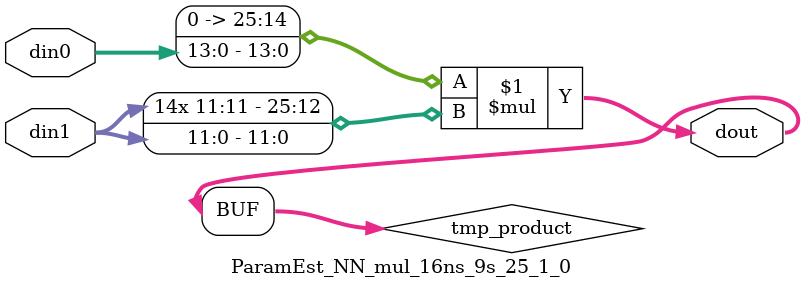
<source format=v>

`timescale 1 ns / 1 ps

  module ParamEst_NN_mul_16ns_9s_25_1_0(din0, din1, dout);
parameter ID = 1;
parameter NUM_STAGE = 0;
parameter din0_WIDTH = 14;
parameter din1_WIDTH = 12;
parameter dout_WIDTH = 26;

input [din0_WIDTH - 1 : 0] din0; 
input [din1_WIDTH - 1 : 0] din1; 
output [dout_WIDTH - 1 : 0] dout;

wire signed [dout_WIDTH - 1 : 0] tmp_product;











assign tmp_product = $signed({1'b0, din0}) * $signed(din1);










assign dout = tmp_product;







endmodule

</source>
